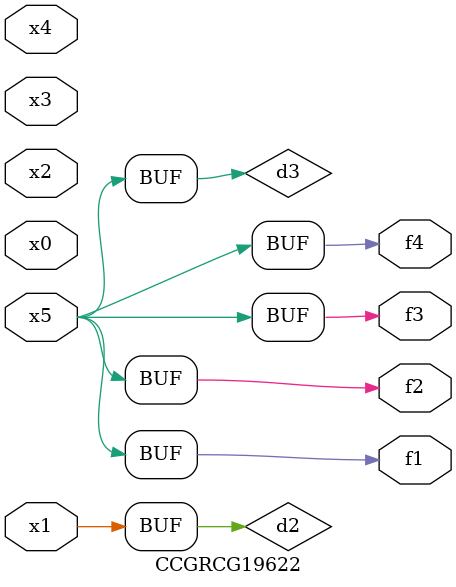
<source format=v>
module CCGRCG19622(
	input x0, x1, x2, x3, x4, x5,
	output f1, f2, f3, f4
);

	wire d1, d2, d3;

	not (d1, x5);
	or (d2, x1);
	xnor (d3, d1);
	assign f1 = d3;
	assign f2 = d3;
	assign f3 = d3;
	assign f4 = d3;
endmodule

</source>
